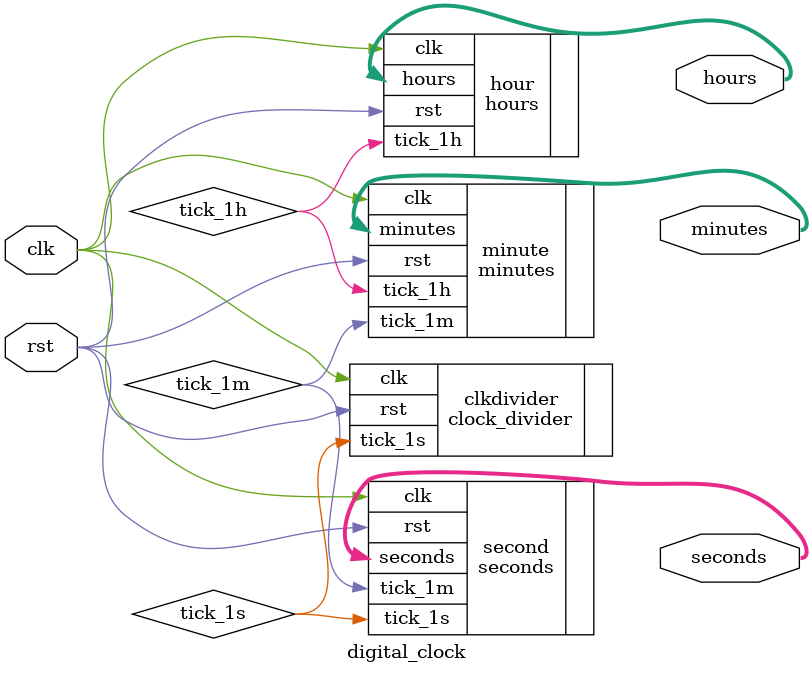
<source format=v>
`timescale 1ns / 1ps


module digital_clock(
    input clk,
    input rst,
    output [5:0]seconds,
    output [5:0]minutes,
    output [4:0]hours
    );
    wire tick_1s;
    wire tick_1m;
    wire tick_1h;
    clock_divider clkdivider(.clk(clk),.rst(rst),.tick_1s (tick_1s));
    seconds second(.clk(clk),.rst(rst),.tick_1s (tick_1s),.seconds(seconds),.tick_1m(tick_1m));
    minutes minute(.clk(clk),.rst(rst),.tick_1m(tick_1m),.minutes(minutes),.tick_1h(tick_1h));
    hours hour(.clk(clk),.rst(rst),.tick_1h(tick_1h),.hours(hours));
endmodule

</source>
